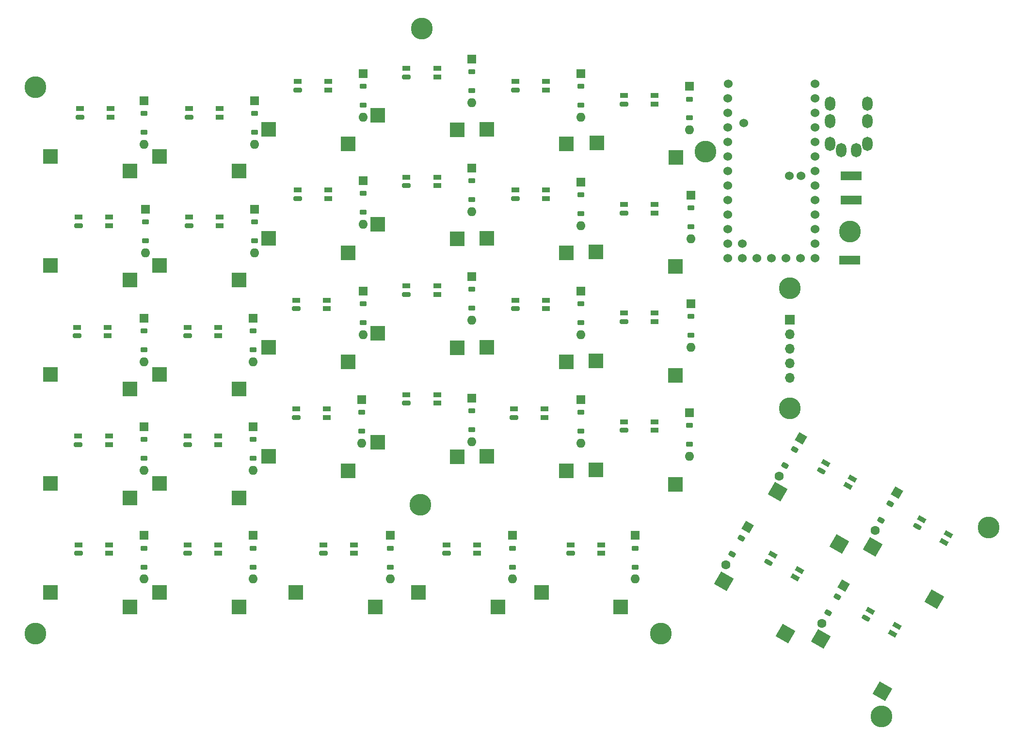
<source format=gbr>
%TF.GenerationSoftware,KiCad,Pcbnew,9.0.0*%
%TF.CreationDate,2025-07-27T21:57:38+02:00*%
%TF.ProjectId,keyboard,6b657962-6f61-4726-942e-6b696361645f,rev?*%
%TF.SameCoordinates,Original*%
%TF.FileFunction,Soldermask,Top*%
%TF.FilePolarity,Negative*%
%FSLAX46Y46*%
G04 Gerber Fmt 4.6, Leading zero omitted, Abs format (unit mm)*
G04 Created by KiCad (PCBNEW 9.0.0) date 2025-07-27 21:57:38*
%MOMM*%
%LPD*%
G01*
G04 APERTURE LIST*
G04 Aperture macros list*
%AMRoundRect*
0 Rectangle with rounded corners*
0 $1 Rounding radius*
0 $2 $3 $4 $5 $6 $7 $8 $9 X,Y pos of 4 corners*
0 Add a 4 corners polygon primitive as box body*
4,1,4,$2,$3,$4,$5,$6,$7,$8,$9,$2,$3,0*
0 Add four circle primitives for the rounded corners*
1,1,$1+$1,$2,$3*
1,1,$1+$1,$4,$5*
1,1,$1+$1,$6,$7*
1,1,$1+$1,$8,$9*
0 Add four rect primitives between the rounded corners*
20,1,$1+$1,$2,$3,$4,$5,0*
20,1,$1+$1,$4,$5,$6,$7,0*
20,1,$1+$1,$6,$7,$8,$9,0*
20,1,$1+$1,$8,$9,$2,$3,0*%
%AMHorizOval*
0 Thick line with rounded ends*
0 $1 width*
0 $2 $3 position (X,Y) of the first rounded end (center of the circle)*
0 $4 $5 position (X,Y) of the second rounded end (center of the circle)*
0 Add line between two ends*
20,1,$1,$2,$3,$4,$5,0*
0 Add two circle primitives to create the rounded ends*
1,1,$1,$2,$3*
1,1,$1,$4,$5*%
%AMRotRect*
0 Rectangle, with rotation*
0 The origin of the aperture is its center*
0 $1 length*
0 $2 width*
0 $3 Rotation angle, in degrees counterclockwise*
0 Add horizontal line*
21,1,$1,$2,0,0,$3*%
G04 Aperture macros list end*
%ADD10R,1.600000X1.600000*%
%ADD11RoundRect,0.225000X0.375000X-0.225000X0.375000X0.225000X-0.375000X0.225000X-0.375000X-0.225000X0*%
%ADD12O,1.600000X1.600000*%
%ADD13RotRect,1.600000X1.600000X240.000000*%
%ADD14RoundRect,0.225000X0.212260X-0.382356X0.437260X0.007356X-0.212260X0.382356X-0.437260X-0.007356X0*%
%ADD15HorizOval,1.600000X0.000000X0.000000X0.000000X0.000000X0*%
%ADD16R,1.450000X0.820000*%
%ADD17RoundRect,0.205000X-0.520000X-0.205000X0.520000X-0.205000X0.520000X0.205000X-0.520000X0.205000X0*%
%ADD18RotRect,1.450000X0.820000X330.000000*%
%ADD19RoundRect,0.205000X-0.552833X0.082465X0.347833X-0.437535X0.552833X-0.082465X-0.347833X0.437535X0*%
%ADD20RoundRect,0.205000X0.520000X0.205000X-0.520000X0.205000X-0.520000X-0.205000X0.520000X-0.205000X0*%
%ADD21C,3.800000*%
%ADD22R,1.700000X1.700000*%
%ADD23O,1.700000X1.700000*%
%ADD24R,1.000000X1.500000*%
%ADD25O,1.800000X2.500000*%
%ADD26R,2.550000X2.500000*%
%ADD27RotRect,2.550000X2.500000X330.000000*%
%ADD28C,1.524000*%
G04 APERTURE END LIST*
%TO.C,JP4*%
G36*
X322900000Y-179000000D02*
G01*
X324500000Y-179000000D01*
X324500000Y-180500000D01*
X322900000Y-180500000D01*
X322900000Y-179000000D01*
G37*
%TO.C,JP3*%
G36*
X323150000Y-168500000D02*
G01*
X324750000Y-168500000D01*
X324750000Y-170000000D01*
X323150000Y-170000000D01*
X323150000Y-168500000D01*
G37*
%TO.C,JP2*%
G36*
X323150000Y-164250000D02*
G01*
X324750000Y-164250000D01*
X324750000Y-165750000D01*
X323150000Y-165750000D01*
X323150000Y-164250000D01*
G37*
%TD*%
D10*
%TO.C,D_6*%
X257750000Y-163630000D03*
D11*
X257750000Y-165850000D03*
X257750000Y-169150000D03*
D12*
X257750000Y-171250000D03*
%TD*%
D10*
%TO.C,D_7*%
X238750000Y-165880000D03*
D11*
X238750000Y-168100000D03*
X238750000Y-171400000D03*
D12*
X238750000Y-173500000D03*
%TD*%
D10*
%TO.C,D_8*%
X276750000Y-166130000D03*
D11*
X276750000Y-168350000D03*
X276750000Y-171650000D03*
D12*
X276750000Y-173750000D03*
%TD*%
D10*
%TO.C,D_10*%
X200750000Y-170880000D03*
D11*
X200750000Y-173100000D03*
X200750000Y-176400000D03*
D12*
X200750000Y-178500000D03*
%TD*%
D10*
%TO.C,D_11*%
X219750000Y-170880000D03*
D11*
X219750000Y-173100000D03*
X219750000Y-176400000D03*
D12*
X219750000Y-178500000D03*
%TD*%
D10*
%TO.C,D_17*%
X219500000Y-189880000D03*
D11*
X219500000Y-192100000D03*
X219500000Y-195400000D03*
D12*
X219500000Y-197500000D03*
%TD*%
D10*
%TO.C,D_0*%
X257750000Y-144630000D03*
D11*
X257750000Y-146850000D03*
X257750000Y-150150000D03*
D12*
X257750000Y-152250000D03*
%TD*%
D10*
%TO.C,D_1*%
X238750000Y-147130000D03*
D11*
X238750000Y-149350000D03*
X238750000Y-152650000D03*
D12*
X238750000Y-154750000D03*
%TD*%
D10*
%TO.C,D_2*%
X276750000Y-147130000D03*
D11*
X276750000Y-149350000D03*
X276750000Y-152650000D03*
D12*
X276750000Y-154750000D03*
%TD*%
D10*
%TO.C,D_3*%
X295750000Y-149380000D03*
D11*
X295750000Y-151600000D03*
X295750000Y-154900000D03*
D12*
X295750000Y-157000000D03*
%TD*%
D10*
%TO.C,D_4*%
X200500000Y-151880000D03*
D11*
X200500000Y-154100000D03*
X200500000Y-157400000D03*
D12*
X200500000Y-159500000D03*
%TD*%
D10*
%TO.C,D_5*%
X219750000Y-151880000D03*
D11*
X219750000Y-154100000D03*
X219750000Y-157400000D03*
D12*
X219750000Y-159500000D03*
%TD*%
D10*
%TO.C,D_9*%
X296000000Y-168380000D03*
D11*
X296000000Y-170600000D03*
X296000000Y-173900000D03*
D12*
X296000000Y-176000000D03*
%TD*%
D10*
%TO.C,D_12*%
X257750000Y-182630000D03*
D11*
X257750000Y-184850000D03*
X257750000Y-188150000D03*
D12*
X257750000Y-190250000D03*
%TD*%
D10*
%TO.C,D_13*%
X238750000Y-185130000D03*
D11*
X238750000Y-187350000D03*
X238750000Y-190650000D03*
D12*
X238750000Y-192750000D03*
%TD*%
D10*
%TO.C,D_15*%
X296000000Y-187380000D03*
D11*
X296000000Y-189600000D03*
X296000000Y-192900000D03*
D12*
X296000000Y-195000000D03*
%TD*%
D10*
%TO.C,D_16*%
X200500000Y-189880000D03*
D11*
X200500000Y-192100000D03*
X200500000Y-195400000D03*
D12*
X200500000Y-197500000D03*
%TD*%
D10*
%TO.C,D_18*%
X257750000Y-203880000D03*
D11*
X257750000Y-206100000D03*
X257750000Y-209400000D03*
D12*
X257750000Y-211500000D03*
%TD*%
D10*
%TO.C,D_19*%
X238500000Y-204130000D03*
D11*
X238500000Y-206350000D03*
X238500000Y-209650000D03*
D12*
X238500000Y-211750000D03*
%TD*%
D10*
%TO.C,D_20*%
X276750000Y-204130000D03*
D11*
X276750000Y-206350000D03*
X276750000Y-209650000D03*
D12*
X276750000Y-211750000D03*
%TD*%
D10*
%TO.C,D_21*%
X295750000Y-206380000D03*
D11*
X295750000Y-208600000D03*
X295750000Y-211900000D03*
D12*
X295750000Y-214000000D03*
%TD*%
D10*
%TO.C,D_22*%
X200500000Y-208880000D03*
D11*
X200500000Y-211100000D03*
X200500000Y-214400000D03*
D12*
X200500000Y-216500000D03*
%TD*%
D10*
%TO.C,D_23*%
X219500000Y-208880000D03*
D11*
X219500000Y-211100000D03*
X219500000Y-214400000D03*
D12*
X219500000Y-216500000D03*
%TD*%
D10*
%TO.C,D_24*%
X200500000Y-227880000D03*
D11*
X200500000Y-230100000D03*
X200500000Y-233400000D03*
D12*
X200500000Y-235500000D03*
%TD*%
D10*
%TO.C,D_25*%
X219500000Y-227880000D03*
D11*
X219500000Y-230100000D03*
X219500000Y-233400000D03*
D12*
X219500000Y-235500000D03*
%TD*%
D10*
%TO.C,D_26*%
X243500000Y-227880000D03*
D11*
X243500000Y-230100000D03*
X243500000Y-233400000D03*
D12*
X243500000Y-235500000D03*
%TD*%
D10*
%TO.C,D_27*%
X264862500Y-227880000D03*
D11*
X264862500Y-230100000D03*
X264862500Y-233400000D03*
D12*
X264862500Y-235500000D03*
%TD*%
D10*
%TO.C,D_28*%
X286250000Y-227880000D03*
D11*
X286250000Y-230100000D03*
X286250000Y-233400000D03*
D12*
X286250000Y-235500000D03*
%TD*%
D13*
%TO.C,D_29*%
X315185000Y-210898482D03*
D14*
X314075000Y-212821058D03*
X312425000Y-215678942D03*
D15*
X311375000Y-217497595D03*
%TD*%
D13*
%TO.C,D_30*%
X331935000Y-220398482D03*
D14*
X330825000Y-222321058D03*
X329175000Y-225178942D03*
D15*
X328125000Y-226997595D03*
%TD*%
D13*
%TO.C,D_31*%
X305935000Y-226398482D03*
D14*
X304825000Y-228321058D03*
X303175000Y-231178942D03*
D15*
X302125000Y-232997595D03*
%TD*%
D10*
%TO.C,D_14*%
X276750000Y-185130000D03*
D11*
X276750000Y-187350000D03*
X276750000Y-190650000D03*
D12*
X276750000Y-192750000D03*
%TD*%
D13*
%TO.C,D_32*%
X322685000Y-236648482D03*
D14*
X321575000Y-238571058D03*
X319925000Y-241428942D03*
D15*
X318875000Y-243247595D03*
%TD*%
D16*
%TO.C,D22*%
X251675000Y-203250000D03*
X251675000Y-204750000D03*
D17*
X246325000Y-204750000D03*
D16*
X246325000Y-203250000D03*
%TD*%
%TO.C,D23*%
X270425000Y-205750000D03*
X270425000Y-207250000D03*
D17*
X265075000Y-207250000D03*
D16*
X265075000Y-205750000D03*
%TD*%
D18*
%TO.C,D25*%
X324191618Y-217937981D03*
X323441618Y-219237019D03*
D19*
X318808382Y-216562019D03*
D18*
X319558382Y-215262981D03*
%TD*%
D16*
%TO.C,D2*%
X270675000Y-148500000D03*
X270675000Y-150000000D03*
D17*
X265325000Y-150000000D03*
D16*
X265325000Y-148500000D03*
%TD*%
D18*
%TO.C,D27*%
X331941618Y-243687981D03*
X331191618Y-244987019D03*
D19*
X326558382Y-242312019D03*
D18*
X327308382Y-241012981D03*
%TD*%
D16*
%TO.C,D33*%
X194425000Y-229500000D03*
X194425000Y-231000000D03*
D17*
X189075000Y-231000000D03*
D16*
X189075000Y-229500000D03*
%TD*%
D18*
%TO.C,D28*%
X314941618Y-233937981D03*
X314191618Y-235237019D03*
D19*
X309558382Y-232562019D03*
D18*
X310308382Y-231262981D03*
%TD*%
D16*
%TO.C,D32*%
X213425000Y-229500000D03*
X213425000Y-231000000D03*
D17*
X208075000Y-231000000D03*
D16*
X208075000Y-229500000D03*
%TD*%
%TO.C,D31*%
X237175000Y-229500000D03*
X237175000Y-231000000D03*
D17*
X231825000Y-231000000D03*
D16*
X231825000Y-229500000D03*
%TD*%
%TO.C,D3*%
X251675000Y-146250000D03*
X251675000Y-147750000D03*
D17*
X246325000Y-147750000D03*
D16*
X246325000Y-146250000D03*
%TD*%
%TO.C,D12*%
X289675000Y-170000000D03*
X289675000Y-171500000D03*
D17*
X284325000Y-171500000D03*
D16*
X284325000Y-170000000D03*
%TD*%
%TO.C,D15*%
X251675000Y-184250000D03*
X251675000Y-185750000D03*
D17*
X246325000Y-185750000D03*
D16*
X246325000Y-184250000D03*
%TD*%
%TO.C,D1*%
X289675000Y-151000000D03*
X289675000Y-152500000D03*
D20*
X284325000Y-152500000D03*
D16*
X284325000Y-151000000D03*
%TD*%
%TO.C,D16*%
X232425000Y-186750000D03*
X232425000Y-188250000D03*
D17*
X227075000Y-188250000D03*
D16*
X227075000Y-186750000D03*
%TD*%
%TO.C,D18*%
X194175000Y-191500000D03*
X194175000Y-193000000D03*
D17*
X188825000Y-193000000D03*
D16*
X188825000Y-191500000D03*
%TD*%
%TO.C,D29*%
X280350000Y-229500000D03*
X280350000Y-231000000D03*
D17*
X275000000Y-231000000D03*
D16*
X275000000Y-229500000D03*
%TD*%
%TO.C,D13*%
X289675000Y-189000000D03*
X289675000Y-190500000D03*
D17*
X284325000Y-190500000D03*
D16*
X284325000Y-189000000D03*
%TD*%
%TO.C,D6*%
X194675000Y-153250000D03*
X194675000Y-154750000D03*
D17*
X189325000Y-154750000D03*
D16*
X189325000Y-153250000D03*
%TD*%
%TO.C,D21*%
X232425000Y-205750000D03*
X232425000Y-207250000D03*
D17*
X227075000Y-207250000D03*
D16*
X227075000Y-205750000D03*
%TD*%
%TO.C,D4*%
X232675000Y-148500000D03*
X232675000Y-150000000D03*
D17*
X227325000Y-150000000D03*
D16*
X227325000Y-148500000D03*
%TD*%
D18*
%TO.C,D26*%
X340941618Y-227687981D03*
X340191618Y-228987019D03*
D19*
X335558382Y-226312019D03*
D18*
X336308382Y-225012981D03*
%TD*%
D16*
%TO.C,D20*%
X213425000Y-210500000D03*
X213425000Y-212000000D03*
D17*
X208075000Y-212000000D03*
D16*
X208075000Y-210500000D03*
%TD*%
%TO.C,D17*%
X213425000Y-191500000D03*
X213425000Y-193000000D03*
D17*
X208075000Y-193000000D03*
D16*
X208075000Y-191500000D03*
%TD*%
%TO.C,D5*%
X213675000Y-153250000D03*
X213675000Y-154750000D03*
D17*
X208325000Y-154750000D03*
D16*
X208325000Y-153250000D03*
%TD*%
%TO.C,D11*%
X270675000Y-167500000D03*
X270675000Y-169000000D03*
D17*
X265325000Y-169000000D03*
D16*
X265325000Y-167500000D03*
%TD*%
%TO.C,D30*%
X258675000Y-229500000D03*
X258675000Y-231000000D03*
D17*
X253325000Y-231000000D03*
D16*
X253325000Y-229500000D03*
%TD*%
%TO.C,D8*%
X213675000Y-172250000D03*
X213675000Y-173750000D03*
D17*
X208325000Y-173750000D03*
D16*
X208325000Y-172250000D03*
%TD*%
%TO.C,D7*%
X194425000Y-172250000D03*
X194425000Y-173750000D03*
D17*
X189075000Y-173750000D03*
D16*
X189075000Y-172250000D03*
%TD*%
%TO.C,D10*%
X251675000Y-165250000D03*
X251675000Y-166750000D03*
D17*
X246325000Y-166750000D03*
D16*
X246325000Y-165250000D03*
%TD*%
%TO.C,D14*%
X270675000Y-186750000D03*
X270675000Y-188250000D03*
D17*
X265325000Y-188250000D03*
D16*
X265325000Y-186750000D03*
%TD*%
%TO.C,D9*%
X232675000Y-167500000D03*
X232675000Y-169000000D03*
D17*
X227325000Y-169000000D03*
D16*
X227325000Y-167500000D03*
%TD*%
%TO.C,D24*%
X289675000Y-208000000D03*
X289675000Y-209500000D03*
D17*
X284325000Y-209500000D03*
D16*
X284325000Y-208000000D03*
%TD*%
%TO.C,D19*%
X194350000Y-210500000D03*
X194350000Y-212000000D03*
D17*
X189000000Y-212000000D03*
D16*
X189000000Y-210500000D03*
%TD*%
D21*
%TO.C,H11*%
X290750000Y-245000000D03*
%TD*%
D22*
%TO.C,J2*%
X313250000Y-190130000D03*
D23*
X313250000Y-192670000D03*
X313250000Y-195210000D03*
X313250000Y-197750000D03*
X313250000Y-200290000D03*
%TD*%
D24*
%TO.C,JP4*%
X322400000Y-179750000D03*
X323700000Y-179750000D03*
X325000000Y-179750000D03*
%TD*%
D21*
%TO.C,H10*%
X313250000Y-205650000D03*
%TD*%
%TO.C,H9*%
X313250000Y-184700000D03*
%TD*%
%TO.C,H8*%
X298500000Y-160750000D03*
%TD*%
%TO.C,H7*%
X329250000Y-259500000D03*
%TD*%
%TO.C,H6*%
X181500000Y-149500000D03*
%TD*%
%TO.C,H5*%
X348000000Y-226500000D03*
%TD*%
%TO.C,H4*%
X181500000Y-245000000D03*
%TD*%
%TO.C,H3*%
X248750000Y-222500000D03*
%TD*%
%TO.C,H2*%
X323750000Y-174750000D03*
%TD*%
%TO.C,H1*%
X249000000Y-139250000D03*
%TD*%
D25*
%TO.C,J1*%
X326800000Y-155412500D03*
X320300000Y-159412500D03*
X326800000Y-159412500D03*
X320300000Y-155412500D03*
X320300000Y-152412500D03*
X326800000Y-152412500D03*
X322200000Y-160512500D03*
X324900000Y-160512500D03*
%TD*%
D26*
%TO.C,K_0*%
X255165000Y-157017500D03*
X241315000Y-154477500D03*
%TD*%
%TO.C,K_1*%
X236115000Y-159398750D03*
X222265000Y-156858750D03*
%TD*%
%TO.C,K_2*%
X274215000Y-159398750D03*
X260365000Y-156858750D03*
%TD*%
%TO.C,K_3*%
X293375000Y-161780000D03*
X279525000Y-159240000D03*
%TD*%
%TO.C,K_4*%
X198015000Y-164161250D03*
X184165000Y-161621250D03*
%TD*%
%TO.C,K_5*%
X217065000Y-164161250D03*
X203215000Y-161621250D03*
%TD*%
%TO.C,K_6*%
X255165000Y-176067500D03*
X241315000Y-173527500D03*
%TD*%
%TO.C,K_7*%
X236115000Y-178448750D03*
X222265000Y-175908750D03*
%TD*%
%TO.C,K_8*%
X274215000Y-178448750D03*
X260365000Y-175908750D03*
%TD*%
%TO.C,K_9*%
X279415000Y-178290000D03*
X293265000Y-180830000D03*
%TD*%
%TO.C,K_10*%
X184165000Y-180671250D03*
X198015000Y-183211250D03*
%TD*%
%TO.C,K_11*%
X217065000Y-183211250D03*
X203215000Y-180671250D03*
%TD*%
%TO.C,K_12*%
X255165000Y-195117500D03*
X241315000Y-192577500D03*
%TD*%
%TO.C,K_13*%
X236115000Y-197498750D03*
X222265000Y-194958750D03*
%TD*%
%TO.C,K_14*%
X274215000Y-197498750D03*
X260365000Y-194958750D03*
%TD*%
%TO.C,K_15*%
X279415000Y-197340000D03*
X293265000Y-199880000D03*
%TD*%
%TO.C,K_16*%
X198015000Y-202261250D03*
X184165000Y-199721250D03*
%TD*%
%TO.C,K_17*%
X217065000Y-202261250D03*
X203215000Y-199721250D03*
%TD*%
%TO.C,K_18*%
X255165000Y-214167500D03*
X241315000Y-211627500D03*
%TD*%
%TO.C,K_19*%
X236115000Y-216548750D03*
X222265000Y-214008750D03*
%TD*%
%TO.C,K_20*%
X274215000Y-216548750D03*
X260365000Y-214008750D03*
%TD*%
%TO.C,K_21*%
X293265000Y-218930000D03*
X279415000Y-216390000D03*
%TD*%
%TO.C,K_22*%
X198015000Y-221311250D03*
X184165000Y-218771250D03*
%TD*%
%TO.C,K_23*%
X217065000Y-221311250D03*
X203215000Y-218771250D03*
%TD*%
%TO.C,K_24*%
X198015000Y-240361250D03*
X184165000Y-237821250D03*
%TD*%
%TO.C,K_25*%
X217065000Y-240361250D03*
X203215000Y-237821250D03*
%TD*%
%TO.C,K_26*%
X240877500Y-240361250D03*
X227027500Y-237821250D03*
%TD*%
%TO.C,K_27*%
X262290000Y-240361250D03*
X248440000Y-237821250D03*
%TD*%
%TO.C,K_28*%
X283740000Y-240361250D03*
X269890000Y-237821250D03*
%TD*%
D27*
%TO.C,K_29*%
X321907300Y-229326808D03*
X311182848Y-220202104D03*
%TD*%
%TO.C,K_30*%
X338507891Y-239004409D03*
X327783439Y-229879705D03*
%TD*%
%TO.C,K_31*%
X312507891Y-245004409D03*
X301783439Y-235879705D03*
%TD*%
%TO.C,K_32*%
X329393584Y-255084409D03*
X318669132Y-245959705D03*
%TD*%
D24*
%TO.C,JP3*%
X325250000Y-169250000D03*
X323950000Y-169250000D03*
X322650000Y-169250000D03*
%TD*%
%TO.C,JP2*%
X325250000Y-165000000D03*
X323950000Y-165000000D03*
X322650000Y-165000000D03*
%TD*%
D28*
%TO.C,U1*%
X302460000Y-151500000D03*
X302460000Y-154040000D03*
X302460000Y-161660000D03*
X302460000Y-164200000D03*
X317700000Y-159120000D03*
X302460000Y-166740000D03*
X302460000Y-169280000D03*
X317700000Y-151500000D03*
X302460000Y-171820000D03*
X302460000Y-174360000D03*
X302460000Y-176900000D03*
X302460000Y-179440000D03*
X302510000Y-148960000D03*
X317700000Y-148960000D03*
X305000000Y-179440000D03*
X307540000Y-179440000D03*
X310080000Y-179440000D03*
X312620000Y-179440000D03*
X315160000Y-179440000D03*
X313220000Y-165000000D03*
X317700000Y-174360000D03*
X317700000Y-179440000D03*
X317700000Y-171820000D03*
X317700000Y-176900000D03*
X315210000Y-165000000D03*
X305000000Y-176900000D03*
X317700000Y-169280000D03*
X317700000Y-166740000D03*
X317700000Y-164200000D03*
X317700000Y-161660000D03*
X305210000Y-155770000D03*
X302460000Y-156580000D03*
X302460000Y-159120000D03*
X317700000Y-154040000D03*
X317700000Y-156580000D03*
%TD*%
M02*

</source>
